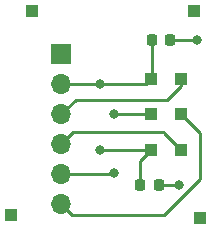
<source format=gbr>
G04 #@! TF.GenerationSoftware,KiCad,Pcbnew,8.0.01-1-dev-1e03266dfe*
G04 #@! TF.CreationDate,2024-03-02T01:40:58-08:00*
G04 #@! TF.ProjectId,sfh7070_breakoutboard,73666837-3037-4305-9f62-7265616b6f75,rev?*
G04 #@! TF.SameCoordinates,Original*
G04 #@! TF.FileFunction,Copper,L1,Top*
G04 #@! TF.FilePolarity,Positive*
%FSLAX46Y46*%
G04 Gerber Fmt 4.6, Leading zero omitted, Abs format (unit mm)*
G04 Created by KiCad (PCBNEW 8.0.01-1-dev-1e03266dfe) date 2024-03-02 01:40:58*
%MOMM*%
%LPD*%
G01*
G04 APERTURE LIST*
G04 Aperture macros list*
%AMRoundRect*
0 Rectangle with rounded corners*
0 $1 Rounding radius*
0 $2 $3 $4 $5 $6 $7 $8 $9 X,Y pos of 4 corners*
0 Add a 4 corners polygon primitive as box body*
4,1,4,$2,$3,$4,$5,$6,$7,$8,$9,$2,$3,0*
0 Add four circle primitives for the rounded corners*
1,1,$1+$1,$2,$3*
1,1,$1+$1,$4,$5*
1,1,$1+$1,$6,$7*
1,1,$1+$1,$8,$9*
0 Add four rect primitives between the rounded corners*
20,1,$1+$1,$2,$3,$4,$5,0*
20,1,$1+$1,$4,$5,$6,$7,0*
20,1,$1+$1,$6,$7,$8,$9,0*
20,1,$1+$1,$8,$9,$2,$3,0*%
G04 Aperture macros list end*
G04 #@! TA.AperFunction,ComponentPad*
%ADD10R,1.700000X1.700000*%
G04 #@! TD*
G04 #@! TA.AperFunction,ComponentPad*
%ADD11O,1.700000X1.700000*%
G04 #@! TD*
G04 #@! TA.AperFunction,ComponentPad*
%ADD12R,1.000000X1.000000*%
G04 #@! TD*
G04 #@! TA.AperFunction,SMDPad,CuDef*
%ADD13RoundRect,0.225000X-0.225000X-0.250000X0.225000X-0.250000X0.225000X0.250000X-0.225000X0.250000X0*%
G04 #@! TD*
G04 #@! TA.AperFunction,SMDPad,CuDef*
%ADD14R,1.092200X1.092200*%
G04 #@! TD*
G04 #@! TA.AperFunction,ViaPad*
%ADD15C,0.800000*%
G04 #@! TD*
G04 #@! TA.AperFunction,Conductor*
%ADD16C,0.250000*%
G04 #@! TD*
G04 APERTURE END LIST*
D10*
X26250000Y-23170000D03*
D11*
X26250000Y-25710000D03*
X26250000Y-28250000D03*
X26250000Y-30790000D03*
X26250000Y-33330000D03*
X26250000Y-35870000D03*
D12*
X38000000Y-37000000D03*
X37500000Y-19500000D03*
D13*
X33950000Y-22000000D03*
X35500000Y-22000000D03*
D12*
X22000000Y-36750000D03*
D14*
X36403351Y-25250001D03*
X36403351Y-28250000D03*
X36403351Y-31249999D03*
X33888751Y-31249999D03*
X33888751Y-28250000D03*
X33888751Y-25250001D03*
D13*
X32950000Y-34250000D03*
X34500000Y-34250000D03*
D12*
X23750000Y-19500000D03*
D15*
X37750000Y-22000000D03*
X36250000Y-34250000D03*
X29500000Y-25710000D03*
X29500000Y-31250000D03*
X30750000Y-33250000D03*
X30750000Y-28250000D03*
D16*
X34500000Y-34250000D02*
X36250000Y-34250000D01*
X35500000Y-22000000D02*
X37750000Y-22000000D01*
X32950000Y-32188750D02*
X33888751Y-31249999D01*
X29500000Y-25710000D02*
X33428752Y-25710000D01*
X29500000Y-31250000D02*
X33888751Y-31249999D01*
X33950000Y-22000000D02*
X33950000Y-25188752D01*
X32950000Y-34250000D02*
X32950000Y-32188750D01*
X33428752Y-25710000D02*
X33888751Y-25250001D01*
X30460000Y-25710000D02*
X26250000Y-25710000D01*
X29500000Y-25710000D02*
X30460000Y-25710000D01*
X36403351Y-28250000D02*
X38000000Y-29846649D01*
X35000000Y-36750000D02*
X27130000Y-36750000D01*
X27130000Y-36750000D02*
X26250000Y-35870000D01*
X38000000Y-29846649D02*
X38000000Y-33750000D01*
X38000000Y-33750000D02*
X35000000Y-36750000D01*
X27290000Y-29750000D02*
X26250000Y-30790000D01*
X35000000Y-29750000D02*
X27290000Y-29750000D01*
X35000000Y-29846648D02*
X35000000Y-29750000D01*
X36403351Y-31249999D02*
X35000000Y-29846648D01*
X30670000Y-33330000D02*
X30750000Y-33250000D01*
X33888751Y-28250000D02*
X30750000Y-28250000D01*
X26250000Y-33330000D02*
X30670000Y-33330000D01*
X35250000Y-27000000D02*
X36403351Y-25846649D01*
X26250000Y-28250000D02*
X27500000Y-27000000D01*
X27500000Y-27000000D02*
X35250000Y-27000000D01*
X36403351Y-25846649D02*
X36403351Y-25250001D01*
M02*

</source>
